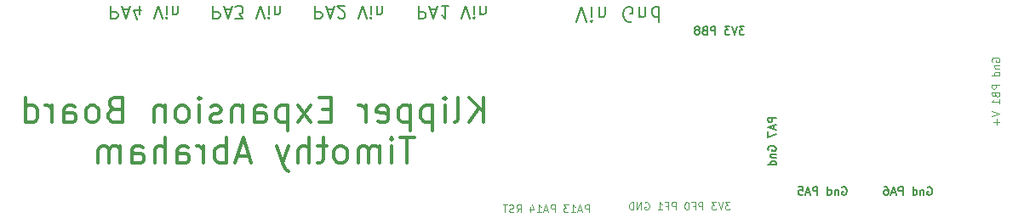
<source format=gbr>
G04 #@! TF.GenerationSoftware,KiCad,Pcbnew,(5.1.5)-3*
G04 #@! TF.CreationDate,2020-01-15T23:11:06-05:00*
G04 #@! TF.ProjectId,STM32_Klipper_Expander,53544d33-325f-44b6-9c69-707065725f45,rev?*
G04 #@! TF.SameCoordinates,Original*
G04 #@! TF.FileFunction,Legend,Bot*
G04 #@! TF.FilePolarity,Positive*
%FSLAX46Y46*%
G04 Gerber Fmt 4.6, Leading zero omitted, Abs format (unit mm)*
G04 Created by KiCad (PCBNEW (5.1.5)-3) date 2020-01-15 23:11:06*
%MOMM*%
%LPD*%
G04 APERTURE LIST*
%ADD10C,0.300000*%
%ADD11C,0.200000*%
%ADD12C,0.150000*%
%ADD13C,0.100000*%
G04 APERTURE END LIST*
D10*
X148238095Y-90355952D02*
X148238095Y-87855952D01*
X146809523Y-90355952D02*
X147880952Y-88927380D01*
X146809523Y-87855952D02*
X148238095Y-89284523D01*
X145380952Y-90355952D02*
X145619047Y-90236904D01*
X145738095Y-89998809D01*
X145738095Y-87855952D01*
X144428571Y-90355952D02*
X144428571Y-88689285D01*
X144428571Y-87855952D02*
X144547619Y-87975000D01*
X144428571Y-88094047D01*
X144309523Y-87975000D01*
X144428571Y-87855952D01*
X144428571Y-88094047D01*
X143238095Y-88689285D02*
X143238095Y-91189285D01*
X143238095Y-88808333D02*
X143000000Y-88689285D01*
X142523809Y-88689285D01*
X142285714Y-88808333D01*
X142166666Y-88927380D01*
X142047619Y-89165476D01*
X142047619Y-89879761D01*
X142166666Y-90117857D01*
X142285714Y-90236904D01*
X142523809Y-90355952D01*
X143000000Y-90355952D01*
X143238095Y-90236904D01*
X140976190Y-88689285D02*
X140976190Y-91189285D01*
X140976190Y-88808333D02*
X140738095Y-88689285D01*
X140261904Y-88689285D01*
X140023809Y-88808333D01*
X139904761Y-88927380D01*
X139785714Y-89165476D01*
X139785714Y-89879761D01*
X139904761Y-90117857D01*
X140023809Y-90236904D01*
X140261904Y-90355952D01*
X140738095Y-90355952D01*
X140976190Y-90236904D01*
X137761904Y-90236904D02*
X138000000Y-90355952D01*
X138476190Y-90355952D01*
X138714285Y-90236904D01*
X138833333Y-89998809D01*
X138833333Y-89046428D01*
X138714285Y-88808333D01*
X138476190Y-88689285D01*
X138000000Y-88689285D01*
X137761904Y-88808333D01*
X137642857Y-89046428D01*
X137642857Y-89284523D01*
X138833333Y-89522619D01*
X136571428Y-90355952D02*
X136571428Y-88689285D01*
X136571428Y-89165476D02*
X136452380Y-88927380D01*
X136333333Y-88808333D01*
X136095238Y-88689285D01*
X135857142Y-88689285D01*
X133119047Y-89046428D02*
X132285714Y-89046428D01*
X131928571Y-90355952D02*
X133119047Y-90355952D01*
X133119047Y-87855952D01*
X131928571Y-87855952D01*
X131095238Y-90355952D02*
X129785714Y-88689285D01*
X131095238Y-88689285D02*
X129785714Y-90355952D01*
X128833333Y-88689285D02*
X128833333Y-91189285D01*
X128833333Y-88808333D02*
X128595238Y-88689285D01*
X128119047Y-88689285D01*
X127880952Y-88808333D01*
X127761904Y-88927380D01*
X127642857Y-89165476D01*
X127642857Y-89879761D01*
X127761904Y-90117857D01*
X127880952Y-90236904D01*
X128119047Y-90355952D01*
X128595238Y-90355952D01*
X128833333Y-90236904D01*
X125500000Y-90355952D02*
X125500000Y-89046428D01*
X125619047Y-88808333D01*
X125857142Y-88689285D01*
X126333333Y-88689285D01*
X126571428Y-88808333D01*
X125500000Y-90236904D02*
X125738095Y-90355952D01*
X126333333Y-90355952D01*
X126571428Y-90236904D01*
X126690476Y-89998809D01*
X126690476Y-89760714D01*
X126571428Y-89522619D01*
X126333333Y-89403571D01*
X125738095Y-89403571D01*
X125500000Y-89284523D01*
X124309523Y-88689285D02*
X124309523Y-90355952D01*
X124309523Y-88927380D02*
X124190476Y-88808333D01*
X123952380Y-88689285D01*
X123595238Y-88689285D01*
X123357142Y-88808333D01*
X123238095Y-89046428D01*
X123238095Y-90355952D01*
X122166666Y-90236904D02*
X121928571Y-90355952D01*
X121452380Y-90355952D01*
X121214285Y-90236904D01*
X121095238Y-89998809D01*
X121095238Y-89879761D01*
X121214285Y-89641666D01*
X121452380Y-89522619D01*
X121809523Y-89522619D01*
X122047619Y-89403571D01*
X122166666Y-89165476D01*
X122166666Y-89046428D01*
X122047619Y-88808333D01*
X121809523Y-88689285D01*
X121452380Y-88689285D01*
X121214285Y-88808333D01*
X120023809Y-90355952D02*
X120023809Y-88689285D01*
X120023809Y-87855952D02*
X120142857Y-87975000D01*
X120023809Y-88094047D01*
X119904761Y-87975000D01*
X120023809Y-87855952D01*
X120023809Y-88094047D01*
X118476190Y-90355952D02*
X118714285Y-90236904D01*
X118833333Y-90117857D01*
X118952380Y-89879761D01*
X118952380Y-89165476D01*
X118833333Y-88927380D01*
X118714285Y-88808333D01*
X118476190Y-88689285D01*
X118119047Y-88689285D01*
X117880952Y-88808333D01*
X117761904Y-88927380D01*
X117642857Y-89165476D01*
X117642857Y-89879761D01*
X117761904Y-90117857D01*
X117880952Y-90236904D01*
X118119047Y-90355952D01*
X118476190Y-90355952D01*
X116571428Y-88689285D02*
X116571428Y-90355952D01*
X116571428Y-88927380D02*
X116452380Y-88808333D01*
X116214285Y-88689285D01*
X115857142Y-88689285D01*
X115619047Y-88808333D01*
X115500000Y-89046428D01*
X115500000Y-90355952D01*
X111571428Y-89046428D02*
X111214285Y-89165476D01*
X111095238Y-89284523D01*
X110976190Y-89522619D01*
X110976190Y-89879761D01*
X111095238Y-90117857D01*
X111214285Y-90236904D01*
X111452380Y-90355952D01*
X112404761Y-90355952D01*
X112404761Y-87855952D01*
X111571428Y-87855952D01*
X111333333Y-87975000D01*
X111214285Y-88094047D01*
X111095238Y-88332142D01*
X111095238Y-88570238D01*
X111214285Y-88808333D01*
X111333333Y-88927380D01*
X111571428Y-89046428D01*
X112404761Y-89046428D01*
X109547619Y-90355952D02*
X109785714Y-90236904D01*
X109904761Y-90117857D01*
X110023809Y-89879761D01*
X110023809Y-89165476D01*
X109904761Y-88927380D01*
X109785714Y-88808333D01*
X109547619Y-88689285D01*
X109190476Y-88689285D01*
X108952380Y-88808333D01*
X108833333Y-88927380D01*
X108714285Y-89165476D01*
X108714285Y-89879761D01*
X108833333Y-90117857D01*
X108952380Y-90236904D01*
X109190476Y-90355952D01*
X109547619Y-90355952D01*
X106571428Y-90355952D02*
X106571428Y-89046428D01*
X106690476Y-88808333D01*
X106928571Y-88689285D01*
X107404761Y-88689285D01*
X107642857Y-88808333D01*
X106571428Y-90236904D02*
X106809523Y-90355952D01*
X107404761Y-90355952D01*
X107642857Y-90236904D01*
X107761904Y-89998809D01*
X107761904Y-89760714D01*
X107642857Y-89522619D01*
X107404761Y-89403571D01*
X106809523Y-89403571D01*
X106571428Y-89284523D01*
X105380952Y-90355952D02*
X105380952Y-88689285D01*
X105380952Y-89165476D02*
X105261904Y-88927380D01*
X105142857Y-88808333D01*
X104904761Y-88689285D01*
X104666666Y-88689285D01*
X102761904Y-90355952D02*
X102761904Y-87855952D01*
X102761904Y-90236904D02*
X103000000Y-90355952D01*
X103476190Y-90355952D01*
X103714285Y-90236904D01*
X103833333Y-90117857D01*
X103952380Y-89879761D01*
X103952380Y-89165476D01*
X103833333Y-88927380D01*
X103714285Y-88808333D01*
X103476190Y-88689285D01*
X103000000Y-88689285D01*
X102761904Y-88808333D01*
X141392857Y-91905952D02*
X139964285Y-91905952D01*
X140678571Y-94405952D02*
X140678571Y-91905952D01*
X139130952Y-94405952D02*
X139130952Y-92739285D01*
X139130952Y-91905952D02*
X139250000Y-92025000D01*
X139130952Y-92144047D01*
X139011904Y-92025000D01*
X139130952Y-91905952D01*
X139130952Y-92144047D01*
X137940476Y-94405952D02*
X137940476Y-92739285D01*
X137940476Y-92977380D02*
X137821428Y-92858333D01*
X137583333Y-92739285D01*
X137226190Y-92739285D01*
X136988095Y-92858333D01*
X136869047Y-93096428D01*
X136869047Y-94405952D01*
X136869047Y-93096428D02*
X136750000Y-92858333D01*
X136511904Y-92739285D01*
X136154761Y-92739285D01*
X135916666Y-92858333D01*
X135797619Y-93096428D01*
X135797619Y-94405952D01*
X134250000Y-94405952D02*
X134488095Y-94286904D01*
X134607142Y-94167857D01*
X134726190Y-93929761D01*
X134726190Y-93215476D01*
X134607142Y-92977380D01*
X134488095Y-92858333D01*
X134250000Y-92739285D01*
X133892857Y-92739285D01*
X133654761Y-92858333D01*
X133535714Y-92977380D01*
X133416666Y-93215476D01*
X133416666Y-93929761D01*
X133535714Y-94167857D01*
X133654761Y-94286904D01*
X133892857Y-94405952D01*
X134250000Y-94405952D01*
X132702380Y-92739285D02*
X131750000Y-92739285D01*
X132345238Y-91905952D02*
X132345238Y-94048809D01*
X132226190Y-94286904D01*
X131988095Y-94405952D01*
X131750000Y-94405952D01*
X130916666Y-94405952D02*
X130916666Y-91905952D01*
X129845238Y-94405952D02*
X129845238Y-93096428D01*
X129964285Y-92858333D01*
X130202380Y-92739285D01*
X130559523Y-92739285D01*
X130797619Y-92858333D01*
X130916666Y-92977380D01*
X128892857Y-92739285D02*
X128297619Y-94405952D01*
X127702380Y-92739285D02*
X128297619Y-94405952D01*
X128535714Y-95001190D01*
X128654761Y-95120238D01*
X128892857Y-95239285D01*
X124964285Y-93691666D02*
X123773809Y-93691666D01*
X125202380Y-94405952D02*
X124369047Y-91905952D01*
X123535714Y-94405952D01*
X122702380Y-94405952D02*
X122702380Y-91905952D01*
X122702380Y-92858333D02*
X122464285Y-92739285D01*
X121988095Y-92739285D01*
X121750000Y-92858333D01*
X121630952Y-92977380D01*
X121511904Y-93215476D01*
X121511904Y-93929761D01*
X121630952Y-94167857D01*
X121750000Y-94286904D01*
X121988095Y-94405952D01*
X122464285Y-94405952D01*
X122702380Y-94286904D01*
X120440476Y-94405952D02*
X120440476Y-92739285D01*
X120440476Y-93215476D02*
X120321428Y-92977380D01*
X120202380Y-92858333D01*
X119964285Y-92739285D01*
X119726190Y-92739285D01*
X117821428Y-94405952D02*
X117821428Y-93096428D01*
X117940476Y-92858333D01*
X118178571Y-92739285D01*
X118654761Y-92739285D01*
X118892857Y-92858333D01*
X117821428Y-94286904D02*
X118059523Y-94405952D01*
X118654761Y-94405952D01*
X118892857Y-94286904D01*
X119011904Y-94048809D01*
X119011904Y-93810714D01*
X118892857Y-93572619D01*
X118654761Y-93453571D01*
X118059523Y-93453571D01*
X117821428Y-93334523D01*
X116630952Y-94405952D02*
X116630952Y-91905952D01*
X115559523Y-94405952D02*
X115559523Y-93096428D01*
X115678571Y-92858333D01*
X115916666Y-92739285D01*
X116273809Y-92739285D01*
X116511904Y-92858333D01*
X116630952Y-92977380D01*
X113297619Y-94405952D02*
X113297619Y-93096428D01*
X113416666Y-92858333D01*
X113654761Y-92739285D01*
X114130952Y-92739285D01*
X114369047Y-92858333D01*
X113297619Y-94286904D02*
X113535714Y-94405952D01*
X114130952Y-94405952D01*
X114369047Y-94286904D01*
X114488095Y-94048809D01*
X114488095Y-93810714D01*
X114369047Y-93572619D01*
X114130952Y-93453571D01*
X113535714Y-93453571D01*
X113297619Y-93334523D01*
X112107142Y-94405952D02*
X112107142Y-92739285D01*
X112107142Y-92977380D02*
X111988095Y-92858333D01*
X111750000Y-92739285D01*
X111392857Y-92739285D01*
X111154761Y-92858333D01*
X111035714Y-93096428D01*
X111035714Y-94405952D01*
X111035714Y-93096428D02*
X110916666Y-92858333D01*
X110678571Y-92739285D01*
X110321428Y-92739285D01*
X110083333Y-92858333D01*
X109964285Y-93096428D01*
X109964285Y-94405952D01*
D11*
X141824666Y-78746523D02*
X141824666Y-79996523D01*
X142300857Y-79996523D01*
X142419904Y-79937000D01*
X142479428Y-79877476D01*
X142538952Y-79758428D01*
X142538952Y-79579857D01*
X142479428Y-79460809D01*
X142419904Y-79401285D01*
X142300857Y-79341761D01*
X141824666Y-79341761D01*
X143015142Y-79103666D02*
X143610380Y-79103666D01*
X142896095Y-78746523D02*
X143312761Y-79996523D01*
X143729428Y-78746523D01*
X144800857Y-78746523D02*
X144086571Y-78746523D01*
X144443714Y-78746523D02*
X144443714Y-79996523D01*
X144324666Y-79817952D01*
X144205619Y-79698904D01*
X144086571Y-79639380D01*
X146110380Y-79996523D02*
X146527047Y-78746523D01*
X146943714Y-79996523D01*
X147360380Y-78746523D02*
X147360380Y-79579857D01*
X147360380Y-79996523D02*
X147300857Y-79937000D01*
X147360380Y-79877476D01*
X147419904Y-79937000D01*
X147360380Y-79996523D01*
X147360380Y-79877476D01*
X147955619Y-79579857D02*
X147955619Y-78746523D01*
X147955619Y-79460809D02*
X148015142Y-79520333D01*
X148134190Y-79579857D01*
X148312761Y-79579857D01*
X148431809Y-79520333D01*
X148491333Y-79401285D01*
X148491333Y-78746523D01*
D12*
X177361904Y-89888095D02*
X176561904Y-89888095D01*
X176561904Y-90192857D01*
X176600000Y-90269047D01*
X176638095Y-90307142D01*
X176714285Y-90345238D01*
X176828571Y-90345238D01*
X176904761Y-90307142D01*
X176942857Y-90269047D01*
X176980952Y-90192857D01*
X176980952Y-89888095D01*
X177133333Y-90650000D02*
X177133333Y-91030952D01*
X177361904Y-90573809D02*
X176561904Y-90840476D01*
X177361904Y-91107142D01*
X176561904Y-91297619D02*
X176561904Y-91830952D01*
X177361904Y-91488095D01*
X176600000Y-93164285D02*
X176561904Y-93088095D01*
X176561904Y-92973809D01*
X176600000Y-92859523D01*
X176676190Y-92783333D01*
X176752380Y-92745238D01*
X176904761Y-92707142D01*
X177019047Y-92707142D01*
X177171428Y-92745238D01*
X177247619Y-92783333D01*
X177323809Y-92859523D01*
X177361904Y-92973809D01*
X177361904Y-93050000D01*
X177323809Y-93164285D01*
X177285714Y-93202380D01*
X177019047Y-93202380D01*
X177019047Y-93050000D01*
X176828571Y-93545238D02*
X177361904Y-93545238D01*
X176904761Y-93545238D02*
X176866666Y-93583333D01*
X176828571Y-93659523D01*
X176828571Y-93773809D01*
X176866666Y-93850000D01*
X176942857Y-93888095D01*
X177361904Y-93888095D01*
X177361904Y-94611904D02*
X176561904Y-94611904D01*
X177323809Y-94611904D02*
X177361904Y-94535714D01*
X177361904Y-94383333D01*
X177323809Y-94307142D01*
X177285714Y-94269047D01*
X177209523Y-94230952D01*
X176980952Y-94230952D01*
X176904761Y-94269047D01*
X176866666Y-94307142D01*
X176828571Y-94383333D01*
X176828571Y-94535714D01*
X176866666Y-94611904D01*
X183942857Y-96850000D02*
X184019047Y-96811904D01*
X184133333Y-96811904D01*
X184247619Y-96850000D01*
X184323809Y-96926190D01*
X184361904Y-97002380D01*
X184400000Y-97154761D01*
X184400000Y-97269047D01*
X184361904Y-97421428D01*
X184323809Y-97497619D01*
X184247619Y-97573809D01*
X184133333Y-97611904D01*
X184057142Y-97611904D01*
X183942857Y-97573809D01*
X183904761Y-97535714D01*
X183904761Y-97269047D01*
X184057142Y-97269047D01*
X183561904Y-97078571D02*
X183561904Y-97611904D01*
X183561904Y-97154761D02*
X183523809Y-97116666D01*
X183447619Y-97078571D01*
X183333333Y-97078571D01*
X183257142Y-97116666D01*
X183219047Y-97192857D01*
X183219047Y-97611904D01*
X182495238Y-97611904D02*
X182495238Y-96811904D01*
X182495238Y-97573809D02*
X182571428Y-97611904D01*
X182723809Y-97611904D01*
X182800000Y-97573809D01*
X182838095Y-97535714D01*
X182876190Y-97459523D01*
X182876190Y-97230952D01*
X182838095Y-97154761D01*
X182800000Y-97116666D01*
X182723809Y-97078571D01*
X182571428Y-97078571D01*
X182495238Y-97116666D01*
X181504761Y-97611904D02*
X181504761Y-96811904D01*
X181200000Y-96811904D01*
X181123809Y-96850000D01*
X181085714Y-96888095D01*
X181047619Y-96964285D01*
X181047619Y-97078571D01*
X181085714Y-97154761D01*
X181123809Y-97192857D01*
X181200000Y-97230952D01*
X181504761Y-97230952D01*
X180742857Y-97383333D02*
X180361904Y-97383333D01*
X180819047Y-97611904D02*
X180552380Y-96811904D01*
X180285714Y-97611904D01*
X179638095Y-96811904D02*
X180019047Y-96811904D01*
X180057142Y-97192857D01*
X180019047Y-97154761D01*
X179942857Y-97116666D01*
X179752380Y-97116666D01*
X179676190Y-97154761D01*
X179638095Y-97192857D01*
X179600000Y-97269047D01*
X179600000Y-97459523D01*
X179638095Y-97535714D01*
X179676190Y-97573809D01*
X179752380Y-97611904D01*
X179942857Y-97611904D01*
X180019047Y-97573809D01*
X180057142Y-97535714D01*
D11*
X121377666Y-78746523D02*
X121377666Y-79996523D01*
X121853857Y-79996523D01*
X121972904Y-79937000D01*
X122032428Y-79877476D01*
X122091952Y-79758428D01*
X122091952Y-79579857D01*
X122032428Y-79460809D01*
X121972904Y-79401285D01*
X121853857Y-79341761D01*
X121377666Y-79341761D01*
X122568142Y-79103666D02*
X123163380Y-79103666D01*
X122449095Y-78746523D02*
X122865761Y-79996523D01*
X123282428Y-78746523D01*
X123580047Y-79996523D02*
X124353857Y-79996523D01*
X123937190Y-79520333D01*
X124115761Y-79520333D01*
X124234809Y-79460809D01*
X124294333Y-79401285D01*
X124353857Y-79282238D01*
X124353857Y-78984619D01*
X124294333Y-78865571D01*
X124234809Y-78806047D01*
X124115761Y-78746523D01*
X123758619Y-78746523D01*
X123639571Y-78806047D01*
X123580047Y-78865571D01*
X125663380Y-79996523D02*
X126080047Y-78746523D01*
X126496714Y-79996523D01*
X126913380Y-78746523D02*
X126913380Y-79579857D01*
X126913380Y-79996523D02*
X126853857Y-79937000D01*
X126913380Y-79877476D01*
X126972904Y-79937000D01*
X126913380Y-79996523D01*
X126913380Y-79877476D01*
X127508619Y-79579857D02*
X127508619Y-78746523D01*
X127508619Y-79460809D02*
X127568142Y-79520333D01*
X127687190Y-79579857D01*
X127865761Y-79579857D01*
X127984809Y-79520333D01*
X128044333Y-79401285D01*
X128044333Y-78746523D01*
X157535714Y-80321428D02*
X158035714Y-78821428D01*
X158535714Y-80321428D01*
X159035714Y-78821428D02*
X159035714Y-79821428D01*
X159035714Y-80321428D02*
X158964285Y-80250000D01*
X159035714Y-80178571D01*
X159107142Y-80250000D01*
X159035714Y-80321428D01*
X159035714Y-80178571D01*
X159750000Y-79821428D02*
X159750000Y-78821428D01*
X159750000Y-79678571D02*
X159821428Y-79750000D01*
X159964285Y-79821428D01*
X160178571Y-79821428D01*
X160321428Y-79750000D01*
X160392857Y-79607142D01*
X160392857Y-78821428D01*
X163035714Y-80250000D02*
X162892857Y-80321428D01*
X162678571Y-80321428D01*
X162464285Y-80250000D01*
X162321428Y-80107142D01*
X162250000Y-79964285D01*
X162178571Y-79678571D01*
X162178571Y-79464285D01*
X162250000Y-79178571D01*
X162321428Y-79035714D01*
X162464285Y-78892857D01*
X162678571Y-78821428D01*
X162821428Y-78821428D01*
X163035714Y-78892857D01*
X163107142Y-78964285D01*
X163107142Y-79464285D01*
X162821428Y-79464285D01*
X163750000Y-79821428D02*
X163750000Y-78821428D01*
X163750000Y-79678571D02*
X163821428Y-79750000D01*
X163964285Y-79821428D01*
X164178571Y-79821428D01*
X164321428Y-79750000D01*
X164392857Y-79607142D01*
X164392857Y-78821428D01*
X165750000Y-78821428D02*
X165750000Y-80321428D01*
X165750000Y-78892857D02*
X165607142Y-78821428D01*
X165321428Y-78821428D01*
X165178571Y-78892857D01*
X165107142Y-78964285D01*
X165035714Y-79107142D01*
X165035714Y-79535714D01*
X165107142Y-79678571D01*
X165178571Y-79750000D01*
X165321428Y-79821428D01*
X165607142Y-79821428D01*
X165750000Y-79750000D01*
D12*
X192442857Y-96850000D02*
X192519047Y-96811904D01*
X192633333Y-96811904D01*
X192747619Y-96850000D01*
X192823809Y-96926190D01*
X192861904Y-97002380D01*
X192900000Y-97154761D01*
X192900000Y-97269047D01*
X192861904Y-97421428D01*
X192823809Y-97497619D01*
X192747619Y-97573809D01*
X192633333Y-97611904D01*
X192557142Y-97611904D01*
X192442857Y-97573809D01*
X192404761Y-97535714D01*
X192404761Y-97269047D01*
X192557142Y-97269047D01*
X192061904Y-97078571D02*
X192061904Y-97611904D01*
X192061904Y-97154761D02*
X192023809Y-97116666D01*
X191947619Y-97078571D01*
X191833333Y-97078571D01*
X191757142Y-97116666D01*
X191719047Y-97192857D01*
X191719047Y-97611904D01*
X190995238Y-97611904D02*
X190995238Y-96811904D01*
X190995238Y-97573809D02*
X191071428Y-97611904D01*
X191223809Y-97611904D01*
X191300000Y-97573809D01*
X191338095Y-97535714D01*
X191376190Y-97459523D01*
X191376190Y-97230952D01*
X191338095Y-97154761D01*
X191300000Y-97116666D01*
X191223809Y-97078571D01*
X191071428Y-97078571D01*
X190995238Y-97116666D01*
X190004761Y-97611904D02*
X190004761Y-96811904D01*
X189700000Y-96811904D01*
X189623809Y-96850000D01*
X189585714Y-96888095D01*
X189547619Y-96964285D01*
X189547619Y-97078571D01*
X189585714Y-97154761D01*
X189623809Y-97192857D01*
X189700000Y-97230952D01*
X190004761Y-97230952D01*
X189242857Y-97383333D02*
X188861904Y-97383333D01*
X189319047Y-97611904D02*
X189052380Y-96811904D01*
X188785714Y-97611904D01*
X188176190Y-96811904D02*
X188328571Y-96811904D01*
X188404761Y-96850000D01*
X188442857Y-96888095D01*
X188519047Y-97002380D01*
X188557142Y-97154761D01*
X188557142Y-97459523D01*
X188519047Y-97535714D01*
X188480952Y-97573809D01*
X188404761Y-97611904D01*
X188252380Y-97611904D01*
X188176190Y-97573809D01*
X188138095Y-97535714D01*
X188100000Y-97459523D01*
X188100000Y-97269047D01*
X188138095Y-97192857D01*
X188176190Y-97154761D01*
X188252380Y-97116666D01*
X188404761Y-97116666D01*
X188480952Y-97154761D01*
X188519047Y-97192857D01*
X188557142Y-97269047D01*
X174226190Y-80811904D02*
X173730952Y-80811904D01*
X173997619Y-81116666D01*
X173883333Y-81116666D01*
X173807142Y-81154761D01*
X173769047Y-81192857D01*
X173730952Y-81269047D01*
X173730952Y-81459523D01*
X173769047Y-81535714D01*
X173807142Y-81573809D01*
X173883333Y-81611904D01*
X174111904Y-81611904D01*
X174188095Y-81573809D01*
X174226190Y-81535714D01*
X173502380Y-80811904D02*
X173235714Y-81611904D01*
X172969047Y-80811904D01*
X172778571Y-80811904D02*
X172283333Y-80811904D01*
X172550000Y-81116666D01*
X172435714Y-81116666D01*
X172359523Y-81154761D01*
X172321428Y-81192857D01*
X172283333Y-81269047D01*
X172283333Y-81459523D01*
X172321428Y-81535714D01*
X172359523Y-81573809D01*
X172435714Y-81611904D01*
X172664285Y-81611904D01*
X172740476Y-81573809D01*
X172778571Y-81535714D01*
X171330952Y-81611904D02*
X171330952Y-80811904D01*
X171026190Y-80811904D01*
X170950000Y-80850000D01*
X170911904Y-80888095D01*
X170873809Y-80964285D01*
X170873809Y-81078571D01*
X170911904Y-81154761D01*
X170950000Y-81192857D01*
X171026190Y-81230952D01*
X171330952Y-81230952D01*
X170264285Y-81192857D02*
X170150000Y-81230952D01*
X170111904Y-81269047D01*
X170073809Y-81345238D01*
X170073809Y-81459523D01*
X170111904Y-81535714D01*
X170150000Y-81573809D01*
X170226190Y-81611904D01*
X170530952Y-81611904D01*
X170530952Y-80811904D01*
X170264285Y-80811904D01*
X170188095Y-80850000D01*
X170150000Y-80888095D01*
X170111904Y-80964285D01*
X170111904Y-81040476D01*
X170150000Y-81116666D01*
X170188095Y-81154761D01*
X170264285Y-81192857D01*
X170530952Y-81192857D01*
X169616666Y-81154761D02*
X169692857Y-81116666D01*
X169730952Y-81078571D01*
X169769047Y-81002380D01*
X169769047Y-80964285D01*
X169730952Y-80888095D01*
X169692857Y-80850000D01*
X169616666Y-80811904D01*
X169464285Y-80811904D01*
X169388095Y-80850000D01*
X169350000Y-80888095D01*
X169311904Y-80964285D01*
X169311904Y-81002380D01*
X169350000Y-81078571D01*
X169388095Y-81116666D01*
X169464285Y-81154761D01*
X169616666Y-81154761D01*
X169692857Y-81192857D01*
X169730952Y-81230952D01*
X169769047Y-81307142D01*
X169769047Y-81459523D01*
X169730952Y-81535714D01*
X169692857Y-81573809D01*
X169616666Y-81611904D01*
X169464285Y-81611904D01*
X169388095Y-81573809D01*
X169350000Y-81535714D01*
X169311904Y-81459523D01*
X169311904Y-81307142D01*
X169350000Y-81230952D01*
X169388095Y-81192857D01*
X169464285Y-81154761D01*
D11*
X131537666Y-78746523D02*
X131537666Y-79996523D01*
X132013857Y-79996523D01*
X132132904Y-79937000D01*
X132192428Y-79877476D01*
X132251952Y-79758428D01*
X132251952Y-79579857D01*
X132192428Y-79460809D01*
X132132904Y-79401285D01*
X132013857Y-79341761D01*
X131537666Y-79341761D01*
X132728142Y-79103666D02*
X133323380Y-79103666D01*
X132609095Y-78746523D02*
X133025761Y-79996523D01*
X133442428Y-78746523D01*
X133799571Y-79877476D02*
X133859095Y-79937000D01*
X133978142Y-79996523D01*
X134275761Y-79996523D01*
X134394809Y-79937000D01*
X134454333Y-79877476D01*
X134513857Y-79758428D01*
X134513857Y-79639380D01*
X134454333Y-79460809D01*
X133740047Y-78746523D01*
X134513857Y-78746523D01*
X135823380Y-79996523D02*
X136240047Y-78746523D01*
X136656714Y-79996523D01*
X137073380Y-78746523D02*
X137073380Y-79579857D01*
X137073380Y-79996523D02*
X137013857Y-79937000D01*
X137073380Y-79877476D01*
X137132904Y-79937000D01*
X137073380Y-79996523D01*
X137073380Y-79877476D01*
X137668619Y-79579857D02*
X137668619Y-78746523D01*
X137668619Y-79460809D02*
X137728142Y-79520333D01*
X137847190Y-79579857D01*
X138025761Y-79579857D01*
X138144809Y-79520333D01*
X138204333Y-79401285D01*
X138204333Y-78746523D01*
D13*
X158767857Y-99339285D02*
X158767857Y-98589285D01*
X158482142Y-98589285D01*
X158410714Y-98625000D01*
X158375000Y-98660714D01*
X158339285Y-98732142D01*
X158339285Y-98839285D01*
X158375000Y-98910714D01*
X158410714Y-98946428D01*
X158482142Y-98982142D01*
X158767857Y-98982142D01*
X158053571Y-99125000D02*
X157696428Y-99125000D01*
X158125000Y-99339285D02*
X157875000Y-98589285D01*
X157625000Y-99339285D01*
X156982142Y-99339285D02*
X157410714Y-99339285D01*
X157196428Y-99339285D02*
X157196428Y-98589285D01*
X157267857Y-98696428D01*
X157339285Y-98767857D01*
X157410714Y-98803571D01*
X156732142Y-98589285D02*
X156267857Y-98589285D01*
X156517857Y-98875000D01*
X156410714Y-98875000D01*
X156339285Y-98910714D01*
X156303571Y-98946428D01*
X156267857Y-99017857D01*
X156267857Y-99196428D01*
X156303571Y-99267857D01*
X156339285Y-99303571D01*
X156410714Y-99339285D01*
X156625000Y-99339285D01*
X156696428Y-99303571D01*
X156732142Y-99267857D01*
X155375000Y-99339285D02*
X155375000Y-98589285D01*
X155089285Y-98589285D01*
X155017857Y-98625000D01*
X154982142Y-98660714D01*
X154946428Y-98732142D01*
X154946428Y-98839285D01*
X154982142Y-98910714D01*
X155017857Y-98946428D01*
X155089285Y-98982142D01*
X155375000Y-98982142D01*
X154660714Y-99125000D02*
X154303571Y-99125000D01*
X154732142Y-99339285D02*
X154482142Y-98589285D01*
X154232142Y-99339285D01*
X153589285Y-99339285D02*
X154017857Y-99339285D01*
X153803571Y-99339285D02*
X153803571Y-98589285D01*
X153875000Y-98696428D01*
X153946428Y-98767857D01*
X154017857Y-98803571D01*
X152946428Y-98839285D02*
X152946428Y-99339285D01*
X153125000Y-98553571D02*
X153303571Y-99089285D01*
X152839285Y-99089285D01*
X151553571Y-99339285D02*
X151803571Y-98982142D01*
X151982142Y-99339285D02*
X151982142Y-98589285D01*
X151696428Y-98589285D01*
X151625000Y-98625000D01*
X151589285Y-98660714D01*
X151553571Y-98732142D01*
X151553571Y-98839285D01*
X151589285Y-98910714D01*
X151625000Y-98946428D01*
X151696428Y-98982142D01*
X151982142Y-98982142D01*
X151267857Y-99303571D02*
X151160714Y-99339285D01*
X150982142Y-99339285D01*
X150910714Y-99303571D01*
X150875000Y-99267857D01*
X150839285Y-99196428D01*
X150839285Y-99125000D01*
X150875000Y-99053571D01*
X150910714Y-99017857D01*
X150982142Y-98982142D01*
X151125000Y-98946428D01*
X151196428Y-98910714D01*
X151232142Y-98875000D01*
X151267857Y-98803571D01*
X151267857Y-98732142D01*
X151232142Y-98660714D01*
X151196428Y-98625000D01*
X151125000Y-98589285D01*
X150946428Y-98589285D01*
X150839285Y-98625000D01*
X150625000Y-98589285D02*
X150196428Y-98589285D01*
X150410714Y-99339285D02*
X150410714Y-98589285D01*
D11*
X111217666Y-78746523D02*
X111217666Y-79996523D01*
X111693857Y-79996523D01*
X111812904Y-79937000D01*
X111872428Y-79877476D01*
X111931952Y-79758428D01*
X111931952Y-79579857D01*
X111872428Y-79460809D01*
X111812904Y-79401285D01*
X111693857Y-79341761D01*
X111217666Y-79341761D01*
X112408142Y-79103666D02*
X113003380Y-79103666D01*
X112289095Y-78746523D02*
X112705761Y-79996523D01*
X113122428Y-78746523D01*
X114074809Y-79579857D02*
X114074809Y-78746523D01*
X113777190Y-80056047D02*
X113479571Y-79163190D01*
X114253380Y-79163190D01*
X115503380Y-79996523D02*
X115920047Y-78746523D01*
X116336714Y-79996523D01*
X116753380Y-78746523D02*
X116753380Y-79579857D01*
X116753380Y-79996523D02*
X116693857Y-79937000D01*
X116753380Y-79877476D01*
X116812904Y-79937000D01*
X116753380Y-79996523D01*
X116753380Y-79877476D01*
X117348619Y-79579857D02*
X117348619Y-78746523D01*
X117348619Y-79460809D02*
X117408142Y-79520333D01*
X117527190Y-79579857D01*
X117705761Y-79579857D01*
X117824809Y-79520333D01*
X117884333Y-79401285D01*
X117884333Y-78746523D01*
D13*
X198875000Y-84303571D02*
X198839285Y-84232142D01*
X198839285Y-84125000D01*
X198875000Y-84017857D01*
X198946428Y-83946428D01*
X199017857Y-83910714D01*
X199160714Y-83875000D01*
X199267857Y-83875000D01*
X199410714Y-83910714D01*
X199482142Y-83946428D01*
X199553571Y-84017857D01*
X199589285Y-84125000D01*
X199589285Y-84196428D01*
X199553571Y-84303571D01*
X199517857Y-84339285D01*
X199267857Y-84339285D01*
X199267857Y-84196428D01*
X199089285Y-84660714D02*
X199589285Y-84660714D01*
X199160714Y-84660714D02*
X199125000Y-84696428D01*
X199089285Y-84767857D01*
X199089285Y-84875000D01*
X199125000Y-84946428D01*
X199196428Y-84982142D01*
X199589285Y-84982142D01*
X199589285Y-85660714D02*
X198839285Y-85660714D01*
X199553571Y-85660714D02*
X199589285Y-85589285D01*
X199589285Y-85446428D01*
X199553571Y-85375000D01*
X199517857Y-85339285D01*
X199446428Y-85303571D01*
X199232142Y-85303571D01*
X199160714Y-85339285D01*
X199125000Y-85375000D01*
X199089285Y-85446428D01*
X199089285Y-85589285D01*
X199125000Y-85660714D01*
X199589285Y-86589285D02*
X198839285Y-86589285D01*
X198839285Y-86875000D01*
X198875000Y-86946428D01*
X198910714Y-86982142D01*
X198982142Y-87017857D01*
X199089285Y-87017857D01*
X199160714Y-86982142D01*
X199196428Y-86946428D01*
X199232142Y-86875000D01*
X199232142Y-86589285D01*
X199196428Y-87589285D02*
X199232142Y-87696428D01*
X199267857Y-87732142D01*
X199339285Y-87767857D01*
X199446428Y-87767857D01*
X199517857Y-87732142D01*
X199553571Y-87696428D01*
X199589285Y-87625000D01*
X199589285Y-87339285D01*
X198839285Y-87339285D01*
X198839285Y-87589285D01*
X198875000Y-87660714D01*
X198910714Y-87696428D01*
X198982142Y-87732142D01*
X199053571Y-87732142D01*
X199125000Y-87696428D01*
X199160714Y-87660714D01*
X199196428Y-87589285D01*
X199196428Y-87339285D01*
X199589285Y-88482142D02*
X199589285Y-88053571D01*
X199589285Y-88267857D02*
X198839285Y-88267857D01*
X198946428Y-88196428D01*
X199017857Y-88125000D01*
X199053571Y-88053571D01*
X198839285Y-89267857D02*
X199589285Y-89517857D01*
X198839285Y-89767857D01*
X199303571Y-90017857D02*
X199303571Y-90589285D01*
X199589285Y-90303571D02*
X199017857Y-90303571D01*
X172785714Y-98339285D02*
X172321428Y-98339285D01*
X172571428Y-98625000D01*
X172464285Y-98625000D01*
X172392857Y-98660714D01*
X172357142Y-98696428D01*
X172321428Y-98767857D01*
X172321428Y-98946428D01*
X172357142Y-99017857D01*
X172392857Y-99053571D01*
X172464285Y-99089285D01*
X172678571Y-99089285D01*
X172750000Y-99053571D01*
X172785714Y-99017857D01*
X172107142Y-98339285D02*
X171857142Y-99089285D01*
X171607142Y-98339285D01*
X171428571Y-98339285D02*
X170964285Y-98339285D01*
X171214285Y-98625000D01*
X171107142Y-98625000D01*
X171035714Y-98660714D01*
X171000000Y-98696428D01*
X170964285Y-98767857D01*
X170964285Y-98946428D01*
X171000000Y-99017857D01*
X171035714Y-99053571D01*
X171107142Y-99089285D01*
X171321428Y-99089285D01*
X171392857Y-99053571D01*
X171428571Y-99017857D01*
X170071428Y-99089285D02*
X170071428Y-98339285D01*
X169785714Y-98339285D01*
X169714285Y-98375000D01*
X169678571Y-98410714D01*
X169642857Y-98482142D01*
X169642857Y-98589285D01*
X169678571Y-98660714D01*
X169714285Y-98696428D01*
X169785714Y-98732142D01*
X170071428Y-98732142D01*
X169071428Y-98696428D02*
X169321428Y-98696428D01*
X169321428Y-99089285D02*
X169321428Y-98339285D01*
X168964285Y-98339285D01*
X168535714Y-98339285D02*
X168464285Y-98339285D01*
X168392857Y-98375000D01*
X168357142Y-98410714D01*
X168321428Y-98482142D01*
X168285714Y-98625000D01*
X168285714Y-98803571D01*
X168321428Y-98946428D01*
X168357142Y-99017857D01*
X168392857Y-99053571D01*
X168464285Y-99089285D01*
X168535714Y-99089285D01*
X168607142Y-99053571D01*
X168642857Y-99017857D01*
X168678571Y-98946428D01*
X168714285Y-98803571D01*
X168714285Y-98625000D01*
X168678571Y-98482142D01*
X168642857Y-98410714D01*
X168607142Y-98375000D01*
X168535714Y-98339285D01*
X167392857Y-99089285D02*
X167392857Y-98339285D01*
X167107142Y-98339285D01*
X167035714Y-98375000D01*
X167000000Y-98410714D01*
X166964285Y-98482142D01*
X166964285Y-98589285D01*
X167000000Y-98660714D01*
X167035714Y-98696428D01*
X167107142Y-98732142D01*
X167392857Y-98732142D01*
X166392857Y-98696428D02*
X166642857Y-98696428D01*
X166642857Y-99089285D02*
X166642857Y-98339285D01*
X166285714Y-98339285D01*
X165607142Y-99089285D02*
X166035714Y-99089285D01*
X165821428Y-99089285D02*
X165821428Y-98339285D01*
X165892857Y-98446428D01*
X165964285Y-98517857D01*
X166035714Y-98553571D01*
X164321428Y-98375000D02*
X164392857Y-98339285D01*
X164500000Y-98339285D01*
X164607142Y-98375000D01*
X164678571Y-98446428D01*
X164714285Y-98517857D01*
X164750000Y-98660714D01*
X164750000Y-98767857D01*
X164714285Y-98910714D01*
X164678571Y-98982142D01*
X164607142Y-99053571D01*
X164500000Y-99089285D01*
X164428571Y-99089285D01*
X164321428Y-99053571D01*
X164285714Y-99017857D01*
X164285714Y-98767857D01*
X164428571Y-98767857D01*
X163964285Y-99089285D02*
X163964285Y-98339285D01*
X163535714Y-99089285D01*
X163535714Y-98339285D01*
X163178571Y-99089285D02*
X163178571Y-98339285D01*
X163000000Y-98339285D01*
X162892857Y-98375000D01*
X162821428Y-98446428D01*
X162785714Y-98517857D01*
X162750000Y-98660714D01*
X162750000Y-98767857D01*
X162785714Y-98910714D01*
X162821428Y-98982142D01*
X162892857Y-99053571D01*
X163000000Y-99089285D01*
X163178571Y-99089285D01*
M02*

</source>
